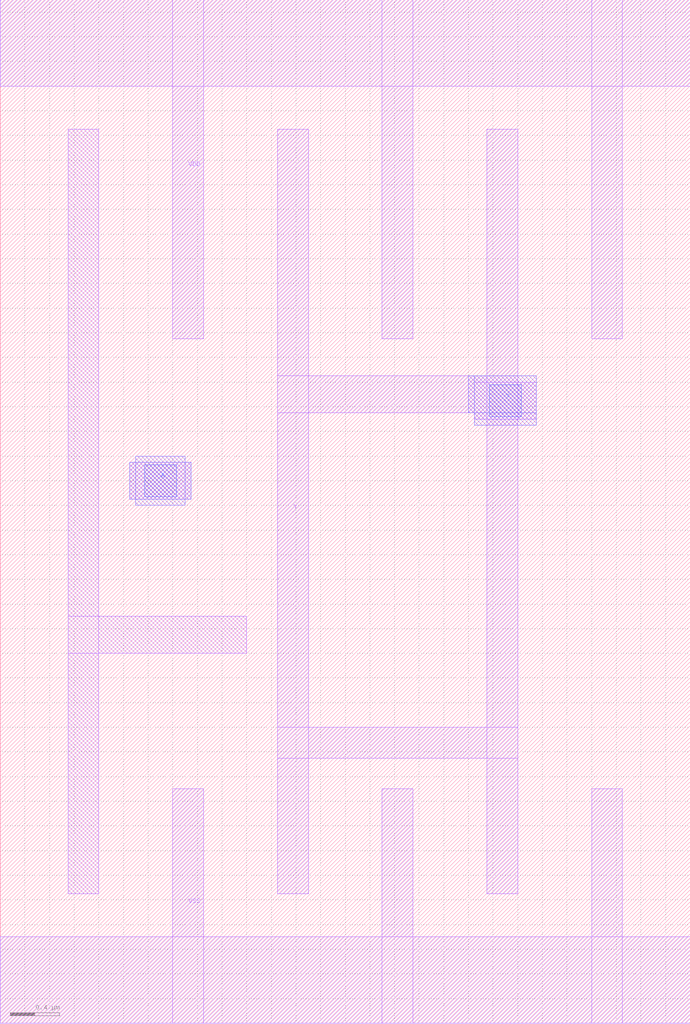
<source format=lef>
# Copyright 2022 Google LLC
# Licensed under the Apache License, Version 2.0 (the "License");
# you may not use this file except in compliance with the License.
# You may obtain a copy of the License at
#
#      http://www.apache.org/licenses/LICENSE-2.0
#
# Unless required by applicable law or agreed to in writing, software
# distributed under the License is distributed on an "AS IS" BASIS,
# WITHOUT WARRANTIES OR CONDITIONS OF ANY KIND, either express or implied.
# See the License for the specific language governing permissions and
# limitations under the License.
VERSION 5.7 ;
BUSBITCHARS "[]" ;
DIVIDERCHAR "/" ;

MACRO gf180mcu_osu_sc_gp12t3v3__buf_4
  CLASS CORE ;
  ORIGIN 0 0 ;
  FOREIGN gf180mcu_osu_sc_gp12t3v3__buf_4 0 0 ;
  SIZE 5.6 BY 8.3 ;
  SYMMETRY X Y ;
  SITE gf180mcu_osu_sc_gp12t3v3 ;
  PIN VDD
    DIRECTION INOUT ;
    USE POWER ;
    SHAPE ABUTMENT ;
    PORT
      LAYER Metal1 ;
        RECT 0 7.6 5.6 8.3 ;
        RECT 4.8 5.55 5.05 8.3 ;
        RECT 3.1 5.55 3.35 8.3 ;
        RECT 1.4 5.55 1.65 8.3 ;
    END
  END VDD
  PIN VSS
    DIRECTION INOUT ;
    USE GROUND ;
    SHAPE ABUTMENT ;
    PORT
      LAYER Metal1 ;
        RECT 0 0 5.6 0.7 ;
        RECT 4.8 0 5.05 1.9 ;
        RECT 3.1 0 3.35 1.9 ;
        RECT 1.4 0 1.65 1.9 ;
    END
  END VSS
  PIN A
    DIRECTION INPUT ;
    USE SIGNAL ;
    PORT
      LAYER Metal1 ;
        RECT 1.05 4.25 1.55 4.55 ;
      LAYER Metal2 ;
        RECT 1.05 4.25 1.55 4.55 ;
        RECT 1.1 4.2 1.5 4.6 ;
      LAYER Via1 ;
        RECT 1.17 4.27 1.43 4.53 ;
    END
  END A
  PIN Y
    DIRECTION OUTPUT ;
    USE SIGNAL ;
    PORT
      LAYER Metal1 ;
        RECT 3.85 4.9 4.35 5.2 ;
        RECT 3.95 1.05 4.2 7.25 ;
        RECT 2.25 4.95 4.2 5.25 ;
        RECT 2.25 2.15 4.2 2.4 ;
        RECT 2.25 1.05 2.5 7.25 ;
      LAYER Metal2 ;
        RECT 3.8 4.95 4.35 5.25 ;
        RECT 3.85 4.85 4.35 5.25 ;
      LAYER Via1 ;
        RECT 3.97 4.92 4.23 5.18 ;
    END
  END Y
  OBS
    LAYER Metal1 ;
      RECT 0.55 1.05 0.8 7.25 ;
      RECT 0.55 3 2 3.3 ;
  END
END gf180mcu_osu_sc_gp12t3v3__buf_4

</source>
